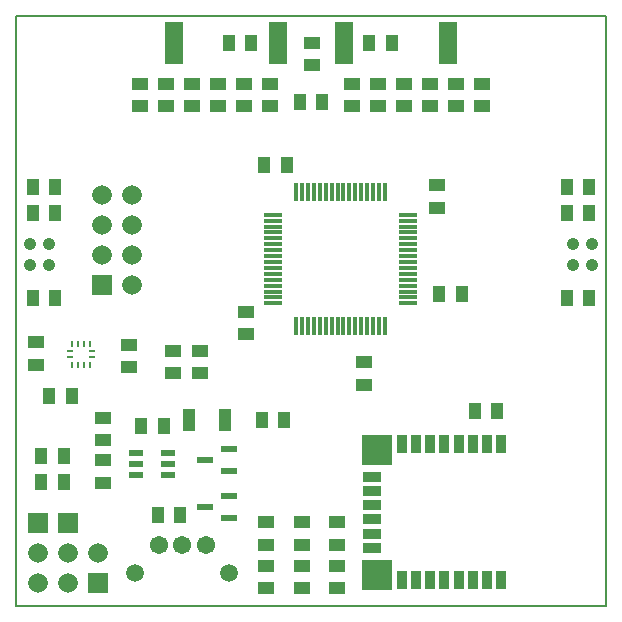
<source format=gts>
G04 #@! TF.FileFunction,Soldermask,Top*
%FSLAX46Y46*%
G04 Gerber Fmt 4.6, Leading zero omitted, Abs format (unit mm)*
G04 Created by KiCad (PCBNEW (2016-01-20 BZR 6502, Git 4c1d9af)-product) date Mon 29 Feb 2016 08:28:28 AM EST*
%MOMM*%
G01*
G04 APERTURE LIST*
%ADD10C,0.100000*%
%ADD11C,0.150000*%
%ADD12R,1.470000X1.020000*%
%ADD13R,1.020000X1.470000*%
%ADD14R,1.320000X0.620000*%
%ADD15R,1.120000X1.970000*%
%ADD16R,1.670000X1.670000*%
%ADD17C,1.670000*%
%ADD18C,1.544000*%
%ADD19C,1.520000*%
%ADD20C,1.075599*%
%ADD21R,0.270000X0.620000*%
%ADD22R,0.620000X0.270000*%
%ADD23R,1.270000X0.620000*%
%ADD24R,0.320000X1.520000*%
%ADD25R,1.520000X0.320000*%
%ADD26R,0.820000X1.520000*%
%ADD27R,1.520000X0.820000*%
%ADD28R,2.520000X2.520000*%
%ADD29R,1.520000X3.520000*%
G04 APERTURE END LIST*
D10*
D11*
X150000000Y-100000000D02*
X150000000Y-50000000D01*
X100000000Y-100000000D02*
X150000000Y-100000000D01*
X100000000Y-50000000D02*
X100000000Y-100000000D01*
X100000000Y-50000000D02*
X150000000Y-50000000D01*
D12*
X109600000Y-79750000D03*
X109600000Y-77850000D03*
D13*
X138850000Y-83500000D03*
X140750000Y-83500000D03*
X104750000Y-82200000D03*
X102850000Y-82200000D03*
D12*
X125100000Y-54200000D03*
X125100000Y-52300000D03*
D13*
X113950000Y-92300000D03*
X112050000Y-92300000D03*
D12*
X101700000Y-79550000D03*
X101700000Y-77650000D03*
D13*
X110650000Y-84700000D03*
X112550000Y-84700000D03*
X120850000Y-84200000D03*
X122750000Y-84200000D03*
D12*
X135700000Y-66250000D03*
X135700000Y-64350000D03*
X119500000Y-76950000D03*
X119500000Y-75050000D03*
D13*
X135850000Y-73600000D03*
X137750000Y-73600000D03*
X121050000Y-62600000D03*
X122950000Y-62600000D03*
D12*
X129500000Y-79350000D03*
X129500000Y-81250000D03*
D14*
X118100000Y-92550000D03*
X118100000Y-90650000D03*
X116000000Y-91600000D03*
D12*
X127200000Y-96550000D03*
X127200000Y-98450000D03*
X124200000Y-96550000D03*
X124200000Y-98450000D03*
D14*
X118100000Y-88550000D03*
X118100000Y-86650000D03*
X116000000Y-87600000D03*
D12*
X121200000Y-96550000D03*
X121200000Y-98450000D03*
D15*
X117700000Y-84200000D03*
X114700000Y-84200000D03*
D16*
X101858000Y-92926000D03*
D17*
X101858000Y-95466000D03*
X101858000Y-98006000D03*
D16*
X106938000Y-98006000D03*
D17*
X106938000Y-95466000D03*
D16*
X104398000Y-92926000D03*
D17*
X104398000Y-95466000D03*
X104398000Y-98006000D03*
D12*
X110500000Y-57650000D03*
X110500000Y-55750000D03*
D13*
X103350000Y-73900000D03*
X101450000Y-73900000D03*
X119950000Y-52300000D03*
X118050000Y-52300000D03*
D12*
X112700000Y-55750000D03*
X112700000Y-57650000D03*
D13*
X101450000Y-66700000D03*
X103350000Y-66700000D03*
D12*
X114900000Y-57650000D03*
X114900000Y-55750000D03*
D13*
X103350000Y-64500000D03*
X101450000Y-64500000D03*
D12*
X117100000Y-57650000D03*
X117100000Y-55750000D03*
X119300000Y-55750000D03*
X119300000Y-57650000D03*
X121500000Y-57650000D03*
X121500000Y-55750000D03*
X128500000Y-57650000D03*
X128500000Y-55750000D03*
X127200000Y-92900000D03*
X127200000Y-94800000D03*
X130700000Y-55750000D03*
X130700000Y-57650000D03*
X124200000Y-92900000D03*
X124200000Y-94800000D03*
D13*
X124050000Y-57300000D03*
X125950000Y-57300000D03*
D12*
X132900000Y-57650000D03*
X132900000Y-55750000D03*
X107400000Y-84050000D03*
X107400000Y-85950000D03*
X107400000Y-87650000D03*
X107400000Y-89550000D03*
X135100000Y-57650000D03*
X135100000Y-55750000D03*
D13*
X146650000Y-73900000D03*
X148550000Y-73900000D03*
D12*
X121200000Y-92900000D03*
X121200000Y-94800000D03*
X137300000Y-55750000D03*
X137300000Y-57650000D03*
D13*
X148550000Y-64500000D03*
X146650000Y-64500000D03*
X129950000Y-52300000D03*
X131850000Y-52300000D03*
D12*
X139500000Y-57650000D03*
X139500000Y-55750000D03*
D13*
X146650000Y-66700000D03*
X148550000Y-66700000D03*
X102150000Y-89500000D03*
X104050000Y-89500000D03*
X104050000Y-87300000D03*
X102150000Y-87300000D03*
D12*
X113300000Y-80250000D03*
X113300000Y-78350000D03*
X115600000Y-80250000D03*
X115600000Y-78350000D03*
D18*
X112100000Y-94800000D03*
X114100000Y-94800000D03*
X116100000Y-94800000D03*
D19*
X110100000Y-97200000D03*
X118100000Y-97200000D03*
D20*
X101200000Y-71100000D03*
X102800000Y-71100000D03*
X102800000Y-69300000D03*
X101200000Y-69300000D03*
D21*
X104800000Y-77750000D03*
D22*
X104625000Y-78425000D03*
X104625000Y-78925000D03*
D21*
X104800000Y-79600000D03*
X105300000Y-79600000D03*
X105800000Y-79600000D03*
X106300000Y-79600000D03*
D22*
X106475000Y-78925000D03*
X106475000Y-78425000D03*
D21*
X106300000Y-77750000D03*
X105800000Y-77750000D03*
X105300000Y-77750000D03*
D23*
X110200000Y-87000000D03*
X110200000Y-87950000D03*
X110200000Y-88900000D03*
X112900000Y-88900000D03*
X112900000Y-87950000D03*
X112900000Y-87000000D03*
D20*
X147200000Y-71100000D03*
X148800000Y-71100000D03*
X148800000Y-69300000D03*
X147200000Y-69300000D03*
D16*
X107300000Y-72800000D03*
D17*
X109840000Y-72800000D03*
X107300000Y-70260000D03*
X109840000Y-70260000D03*
X107300000Y-67720000D03*
X109840000Y-67720000D03*
X107300000Y-65180000D03*
X109840000Y-65180000D03*
D24*
X123750000Y-76300000D03*
X124250000Y-76300000D03*
X124750000Y-76300000D03*
X125250000Y-76300000D03*
X125750000Y-76300000D03*
X126250000Y-76300000D03*
X126750000Y-76300000D03*
X127250000Y-76300000D03*
X127750000Y-76300000D03*
X128250000Y-76300000D03*
X128750000Y-76300000D03*
X129250000Y-76300000D03*
X129750000Y-76300000D03*
X130250000Y-76300000D03*
X130750000Y-76300000D03*
X131250000Y-76300000D03*
D25*
X133200000Y-74350000D03*
X133200000Y-73850000D03*
X133200000Y-73350000D03*
X133200000Y-72850000D03*
X133200000Y-72350000D03*
X133200000Y-71850000D03*
X133200000Y-71350000D03*
X133200000Y-70850000D03*
X133200000Y-70350000D03*
X133200000Y-69850000D03*
X133200000Y-69350000D03*
X133200000Y-68850000D03*
X133200000Y-68350000D03*
X133200000Y-67850000D03*
X133200000Y-67350000D03*
X133200000Y-66850000D03*
D24*
X131250000Y-64900000D03*
X130750000Y-64900000D03*
X130250000Y-64900000D03*
X129750000Y-64900000D03*
X129250000Y-64900000D03*
X128750000Y-64900000D03*
X128250000Y-64900000D03*
X127750000Y-64900000D03*
X127250000Y-64900000D03*
X126750000Y-64900000D03*
X126250000Y-64900000D03*
X125750000Y-64900000D03*
X125250000Y-64900000D03*
X124750000Y-64900000D03*
X124250000Y-64900000D03*
X123750000Y-64900000D03*
D25*
X121800000Y-66850000D03*
X121800000Y-67350000D03*
X121800000Y-67850000D03*
X121800000Y-68350000D03*
X121800000Y-68850000D03*
X121800000Y-69350000D03*
X121800000Y-69850000D03*
X121800000Y-70350000D03*
X121800000Y-70850000D03*
X121800000Y-71350000D03*
X121800000Y-71850000D03*
X121800000Y-72350000D03*
X121800000Y-72850000D03*
X121800000Y-73350000D03*
X121800000Y-73850000D03*
X121800000Y-74350000D03*
D26*
X141100000Y-86300000D03*
X139900000Y-86300000D03*
X138700000Y-86300000D03*
X137500000Y-86300000D03*
X136300000Y-86300000D03*
X135100000Y-86300000D03*
X133900000Y-86300000D03*
X132700000Y-86300000D03*
D27*
X130200000Y-89050000D03*
X130200000Y-90250000D03*
X130200000Y-91450000D03*
X130200000Y-92650000D03*
X130200000Y-93850000D03*
X130200000Y-95050000D03*
D26*
X132700000Y-97800000D03*
X133900000Y-97800000D03*
X135100000Y-97800000D03*
X136300000Y-97800000D03*
X137500000Y-97800000D03*
X138700000Y-97800000D03*
X139900000Y-97800000D03*
X141100000Y-97800000D03*
D28*
X130581000Y-86808000D03*
X130581000Y-97349000D03*
D29*
X122200000Y-52300000D03*
X113400000Y-52300000D03*
X127800000Y-52300000D03*
X136600000Y-52300000D03*
M02*

</source>
